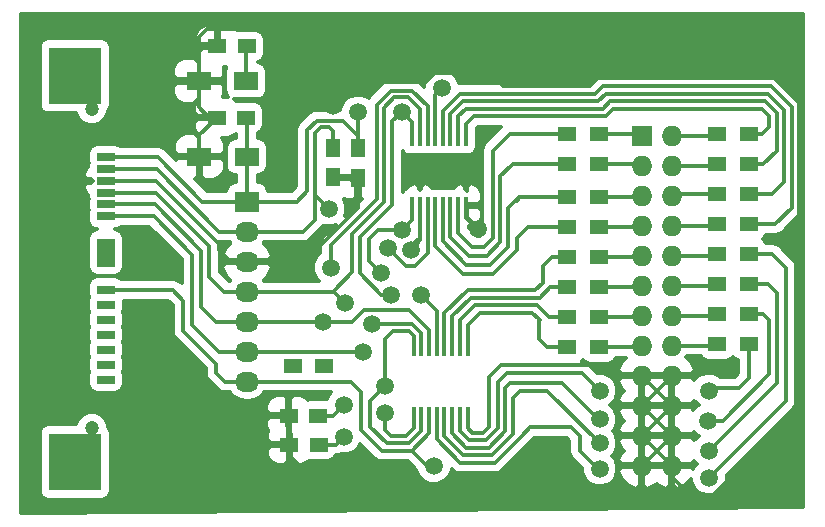
<source format=gbr>
G04 #@! TF.FileFunction,Copper,L1,Top,Signal*
%FSLAX46Y46*%
G04 Gerber Fmt 4.6, Leading zero omitted, Abs format (unit mm)*
G04 Created by KiCad (PCBNEW 4.0.6-e0-6349~53~ubuntu14.04.1) date Fri Oct 20 11:39:51 2017*
%MOMM*%
%LPD*%
G01*
G04 APERTURE LIST*
%ADD10C,0.100000*%
%ADD11R,2.000000X1.600000*%
%ADD12R,1.500000X1.250000*%
%ADD13R,1.500000X2.400000*%
%ADD14R,1.500000X0.700000*%
%ADD15C,1.200000*%
%ADD16R,4.500000X4.850000*%
%ADD17R,1.727200X1.727200*%
%ADD18O,1.727200X1.727200*%
%ADD19R,2.032000X1.727200*%
%ADD20O,2.032000X1.727200*%
%ADD21R,1.500000X1.300000*%
%ADD22R,0.355600X1.473200*%
%ADD23R,1.250000X1.500000*%
%ADD24C,1.500000*%
%ADD25C,0.350000*%
%ADD26C,0.400000*%
%ADD27C,0.300000*%
G04 APERTURE END LIST*
D10*
D11*
X127222000Y-91694000D03*
X123222000Y-91694000D03*
D12*
X127170500Y-88392000D03*
X124670500Y-88392000D03*
D11*
X127158500Y-85280500D03*
X123158500Y-85280500D03*
D12*
X127234000Y-82359500D03*
X124734000Y-82359500D03*
D13*
X115316000Y-99822000D03*
D14*
X115316000Y-109312000D03*
X115316000Y-108042000D03*
X115316000Y-110582000D03*
X115316000Y-106772000D03*
X115316000Y-105502000D03*
X115316000Y-104232000D03*
X115316000Y-102962000D03*
X115316000Y-96752000D03*
X115316000Y-95752000D03*
X115316000Y-94752000D03*
X115316000Y-93752000D03*
X115316000Y-92752000D03*
X115316000Y-91752000D03*
D15*
X114116000Y-114702000D03*
X114116000Y-87702000D03*
D16*
X112716000Y-117552000D03*
X112716000Y-84852000D03*
D17*
X160652000Y-89921000D03*
D18*
X163192000Y-89921000D03*
X160652000Y-92461000D03*
X163192000Y-92461000D03*
X160652000Y-95001000D03*
X163192000Y-95001000D03*
X160652000Y-97541000D03*
X163192000Y-97541000D03*
X160652000Y-100081000D03*
X163192000Y-100081000D03*
X160652000Y-102621000D03*
X163192000Y-102621000D03*
X160652000Y-105161000D03*
X163192000Y-105161000D03*
X160652000Y-107701000D03*
X163192000Y-107701000D03*
X160652000Y-110241000D03*
X163192000Y-110241000D03*
X160652000Y-112781000D03*
X163192000Y-112781000D03*
X160652000Y-115321000D03*
X163192000Y-115321000D03*
X160652000Y-117861000D03*
X163192000Y-117861000D03*
D19*
X127254000Y-95504000D03*
D20*
X127254000Y-98044000D03*
X127254000Y-100584000D03*
X127254000Y-103124000D03*
X127254000Y-105664000D03*
X127254000Y-108204000D03*
X127254000Y-110744000D03*
D21*
X133811000Y-109410500D03*
X131111000Y-109410500D03*
X157052000Y-89789000D03*
X154352000Y-89789000D03*
X157052000Y-92329000D03*
X154352000Y-92329000D03*
X157052000Y-95123000D03*
X154352000Y-95123000D03*
X157052000Y-97663000D03*
X154352000Y-97663000D03*
X157052000Y-100203000D03*
X154352000Y-100203000D03*
X157052000Y-102743000D03*
X154352000Y-102743000D03*
X157052000Y-105283000D03*
X154352000Y-105283000D03*
X157052000Y-107823000D03*
X154352000Y-107823000D03*
X167052000Y-89789000D03*
X169752000Y-89789000D03*
X167052000Y-92329000D03*
X169752000Y-92329000D03*
X167052000Y-94869000D03*
X169752000Y-94869000D03*
X167052000Y-97409000D03*
X169752000Y-97409000D03*
X167052000Y-99949000D03*
X169752000Y-99949000D03*
X167052000Y-102489000D03*
X169752000Y-102489000D03*
X167052000Y-105029000D03*
X169752000Y-105029000D03*
X167052000Y-107569000D03*
X169752000Y-107569000D03*
D22*
X141224000Y-95834200D03*
X141884400Y-95834200D03*
X142544800Y-95834200D03*
X143179800Y-95834200D03*
X143840200Y-95834200D03*
X144475200Y-95834200D03*
X145135600Y-95834200D03*
X145796000Y-95834200D03*
X145796000Y-90093800D03*
X145135600Y-90093800D03*
X144475200Y-90093800D03*
X143840200Y-90093800D03*
X143179800Y-90093800D03*
X142544800Y-90093800D03*
X141884400Y-90093800D03*
X141224000Y-90093800D03*
X141351000Y-113614200D03*
X142011400Y-113614200D03*
X142671800Y-113614200D03*
X143306800Y-113614200D03*
X143967200Y-113614200D03*
X144602200Y-113614200D03*
X145262600Y-113614200D03*
X145923000Y-113614200D03*
X145923000Y-107873800D03*
X145262600Y-107873800D03*
X144602200Y-107873800D03*
X143967200Y-107873800D03*
X143306800Y-107873800D03*
X142671800Y-107873800D03*
X142011400Y-107873800D03*
X141351000Y-107873800D03*
D12*
X133279200Y-113639600D03*
X130779200Y-113639600D03*
X133330000Y-116078000D03*
X130830000Y-116078000D03*
D23*
X136652000Y-91015500D03*
X136652000Y-93515500D03*
X134493000Y-90952000D03*
X134493000Y-93452000D03*
D24*
X135432800Y-112725200D03*
X140335000Y-87884000D03*
X136652000Y-87947500D03*
X138938000Y-111125000D03*
X139446000Y-103378000D03*
X146761200Y-84632800D03*
X134493000Y-87376000D03*
X134924800Y-119735600D03*
X132080000Y-100584000D03*
X146812000Y-97790000D03*
X141097000Y-99568000D03*
X140335000Y-97917000D03*
X134162800Y-96113600D03*
X135483600Y-115417600D03*
X138620500Y-101536500D03*
X138938000Y-113411000D03*
X139192000Y-99441000D03*
X143065500Y-117919500D03*
X143764000Y-85915500D03*
X141986000Y-103441500D03*
X137033000Y-108204000D03*
X133667500Y-105727500D03*
X134366000Y-101092000D03*
X137795000Y-105854500D03*
X135509000Y-104076500D03*
X157099000Y-118110000D03*
X166370000Y-118872000D03*
X166370000Y-116586000D03*
X157099000Y-115951000D03*
X166243000Y-114046000D03*
X157099000Y-113919000D03*
X166370000Y-111506000D03*
X157099000Y-111506000D03*
D25*
X127254000Y-95504000D02*
X123444000Y-95504000D01*
X119692000Y-91752000D02*
X115316000Y-91752000D01*
X123444000Y-95504000D02*
X119692000Y-91752000D01*
X127222000Y-91694000D02*
X127222000Y-88443500D01*
X127222000Y-88443500D02*
X127170500Y-88392000D01*
X127254000Y-95504000D02*
X127254000Y-91726000D01*
X127254000Y-91726000D02*
X127222000Y-91694000D01*
X134518400Y-113639600D02*
X135432800Y-112725200D01*
X133279200Y-113639600D02*
X134518400Y-113639600D01*
X127254000Y-95504000D02*
X131445000Y-95504000D01*
X136652000Y-89916000D02*
X136652000Y-91015500D01*
X135382000Y-88646000D02*
X136652000Y-89916000D01*
X133159500Y-88646000D02*
X135382000Y-88646000D01*
X132334000Y-89471500D02*
X133159500Y-88646000D01*
X132334000Y-94615000D02*
X132334000Y-89471500D01*
X131445000Y-95504000D02*
X132334000Y-94615000D01*
X136652000Y-91015500D02*
X136652000Y-87947500D01*
X139446000Y-103378000D02*
X138620500Y-103378000D01*
X141224000Y-88773000D02*
X140335000Y-87884000D01*
X141224000Y-88773000D02*
X141224000Y-90093800D01*
X139509500Y-88709500D02*
X140335000Y-87884000D01*
X139509500Y-95758000D02*
X139509500Y-88709500D01*
X136779000Y-98488500D02*
X139509500Y-95758000D01*
X136779000Y-101536500D02*
X136779000Y-98488500D01*
X138620500Y-103378000D02*
X136779000Y-101536500D01*
X139446000Y-103378000D02*
X139509500Y-103441500D01*
X141351000Y-107873800D02*
X141351000Y-106870500D01*
X142011400Y-114909600D02*
X140970000Y-115951000D01*
X140970000Y-115951000D02*
X139065000Y-115951000D01*
X139065000Y-115951000D02*
X137668000Y-114554000D01*
X137668000Y-114554000D02*
X137668000Y-112395000D01*
X137668000Y-112395000D02*
X138938000Y-111125000D01*
X142011400Y-114909600D02*
X142011400Y-113614200D01*
X138938000Y-107124500D02*
X138938000Y-111125000D01*
X139573000Y-106489500D02*
X138938000Y-107124500D01*
X140970000Y-106489500D02*
X139573000Y-106489500D01*
X141351000Y-106870500D02*
X140970000Y-106489500D01*
X115316000Y-93752000D02*
X119558400Y-93752000D01*
X125831600Y-100584000D02*
X127254000Y-100584000D01*
X124866400Y-99618800D02*
X125831600Y-100584000D01*
X124866400Y-99060000D02*
X124866400Y-99618800D01*
X119558400Y-93752000D02*
X124866400Y-99060000D01*
X146761200Y-84632800D02*
X147777200Y-84632800D01*
X147777200Y-84632800D02*
X148894800Y-85750400D01*
X148894800Y-85750400D02*
X156248100Y-85750400D01*
X156248100Y-85750400D02*
X156591000Y-85407500D01*
X173990000Y-113093500D02*
X166306500Y-120777000D01*
X173990000Y-87185500D02*
X173990000Y-113093500D01*
X171831000Y-85026500D02*
X173990000Y-87185500D01*
X156972000Y-85026500D02*
X171831000Y-85026500D01*
X156591000Y-85407500D02*
X156972000Y-85026500D01*
X166306500Y-120777000D02*
X165163500Y-120777000D01*
X142240000Y-85407500D02*
X142430500Y-85407500D01*
X142430500Y-85407500D02*
X143205200Y-84632800D01*
X143205200Y-84632800D02*
X146761200Y-84632800D01*
X134493000Y-87376000D02*
X134493000Y-86791800D01*
X123158500Y-81565500D02*
X123158500Y-82835500D01*
X123850400Y-80873600D02*
X123158500Y-81565500D01*
X129387600Y-80873600D02*
X123850400Y-80873600D01*
X133299200Y-84785200D02*
X129387600Y-80873600D01*
X133299200Y-85598000D02*
X133299200Y-84785200D01*
X134493000Y-86791800D02*
X133299200Y-85598000D01*
X123158500Y-85280500D02*
X123158500Y-82835500D01*
X123634500Y-82359500D02*
X124734000Y-82359500D01*
X123158500Y-82835500D02*
X123634500Y-82359500D01*
X124670500Y-88392000D02*
X124053600Y-88392000D01*
X124053600Y-88392000D02*
X123158500Y-87496900D01*
X123158500Y-87496900D02*
X123158500Y-85280500D01*
X123222000Y-91694000D02*
X123222000Y-89840500D01*
X123222000Y-89840500D02*
X124670500Y-88392000D01*
X136461500Y-85407500D02*
X142240000Y-85407500D01*
X142240000Y-85407500D02*
X142278100Y-85407500D01*
X134493000Y-87376000D02*
X136461500Y-85407500D01*
X130830000Y-116078000D02*
X130830000Y-117012400D01*
X133451600Y-118262400D02*
X134924800Y-119735600D01*
X132080000Y-118262400D02*
X133451600Y-118262400D01*
X130830000Y-117012400D02*
X132080000Y-118262400D01*
X130830000Y-116078000D02*
X130830000Y-113690400D01*
X130830000Y-113690400D02*
X130779200Y-113639600D01*
X163192000Y-117861000D02*
X163192000Y-118805500D01*
X163192000Y-118805500D02*
X165163500Y-120777000D01*
X165163500Y-120777000D02*
X160652000Y-120777000D01*
X160652000Y-117861000D02*
X160652000Y-120777000D01*
D26*
X145796000Y-96774000D02*
X146812000Y-97790000D01*
X145796000Y-95834200D02*
X145796000Y-96774000D01*
D25*
X141884400Y-98780600D02*
X141097000Y-99568000D01*
X141884400Y-98780600D02*
X141884400Y-95834200D01*
X127254000Y-100584000D02*
X132080000Y-100584000D01*
X136652000Y-96012000D02*
X136652000Y-93515500D01*
X132080000Y-100584000D02*
X136652000Y-96012000D01*
X136652000Y-93515500D02*
X136588500Y-93452000D01*
X136588500Y-93452000D02*
X134493000Y-93452000D01*
X160652000Y-117861000D02*
X163192000Y-115321000D01*
X160652000Y-115321000D02*
X160652000Y-117861000D01*
X160652000Y-117861000D02*
X163192000Y-117861000D01*
X163192000Y-117861000D02*
X163192000Y-115321000D01*
X163192000Y-115321000D02*
X160652000Y-115321000D01*
X160652000Y-115321000D02*
X163192000Y-117861000D01*
X163192000Y-112781000D02*
X160652000Y-115321000D01*
X163192000Y-115321000D02*
X163192000Y-112781000D01*
X160652000Y-115321000D02*
X163192000Y-115321000D01*
X160652000Y-112781000D02*
X163192000Y-115321000D01*
X160652000Y-115321000D02*
X160652000Y-112781000D01*
X160652000Y-112781000D02*
X163192000Y-110241000D01*
X163192000Y-112781000D02*
X160652000Y-110241000D01*
X160652000Y-110241000D02*
X163192000Y-110241000D01*
X163192000Y-110241000D02*
X163192000Y-112781000D01*
X163192000Y-112781000D02*
X160652000Y-112781000D01*
X160652000Y-112781000D02*
X160652000Y-110241000D01*
X145923000Y-113614200D02*
X145923000Y-114681000D01*
X145923000Y-114681000D02*
X146304000Y-115062000D01*
X146304000Y-115062000D02*
X147193000Y-115062000D01*
X147193000Y-115062000D02*
X147701000Y-114554000D01*
X147701000Y-114554000D02*
X147701000Y-110363000D01*
X147701000Y-110363000D02*
X148717000Y-109347000D01*
X148717000Y-109347000D02*
X157226000Y-109347000D01*
X157226000Y-109347000D02*
X158120000Y-110241000D01*
X158120000Y-110241000D02*
X160652000Y-110241000D01*
X133096000Y-95046800D02*
X132969000Y-95046800D01*
X134162800Y-96113600D02*
X133096000Y-95046800D01*
X115316000Y-92752000D02*
X119625200Y-92752000D01*
X124917200Y-98044000D02*
X127254000Y-98044000D01*
X119625200Y-92752000D02*
X124917200Y-98044000D01*
X127158500Y-85280500D02*
X127158500Y-82435000D01*
X127158500Y-82435000D02*
X127234000Y-82359500D01*
X133330000Y-116078000D02*
X134823200Y-116078000D01*
X134823200Y-116078000D02*
X135483600Y-115417600D01*
X127254000Y-98044000D02*
X131953000Y-98044000D01*
X132969000Y-97028000D02*
X132969000Y-95046800D01*
X131953000Y-98044000D02*
X132969000Y-97028000D01*
X132969000Y-95046800D02*
X132969000Y-89725500D01*
X134175500Y-89217500D02*
X134493000Y-89535000D01*
X133477000Y-89217500D02*
X134175500Y-89217500D01*
X132969000Y-89725500D02*
X133477000Y-89217500D01*
X134493000Y-89535000D02*
X134493000Y-90952000D01*
X141224000Y-97028000D02*
X140335000Y-97917000D01*
X141224000Y-97028000D02*
X141224000Y-95834200D01*
X138366500Y-97917000D02*
X140335000Y-97917000D01*
X137604500Y-98679000D02*
X138366500Y-97917000D01*
X137604500Y-100520500D02*
X137604500Y-98679000D01*
X138620500Y-101536500D02*
X137604500Y-100520500D01*
X141351000Y-113614200D02*
X141351000Y-114681000D01*
X138938000Y-114808000D02*
X138938000Y-113411000D01*
X139446000Y-115316000D02*
X138938000Y-114808000D01*
X140716000Y-115316000D02*
X139446000Y-115316000D01*
X141351000Y-114681000D02*
X140716000Y-115316000D01*
X157052000Y-89789000D02*
X160520000Y-89789000D01*
X160520000Y-89789000D02*
X160652000Y-89921000D01*
X157052000Y-92329000D02*
X160520000Y-92329000D01*
X160520000Y-92329000D02*
X160652000Y-92461000D01*
X157052000Y-95123000D02*
X160530000Y-95123000D01*
X160530000Y-95123000D02*
X160652000Y-95001000D01*
X157052000Y-97663000D02*
X160530000Y-97663000D01*
X160530000Y-97663000D02*
X160652000Y-97541000D01*
X157052000Y-100203000D02*
X160530000Y-100203000D01*
X160530000Y-100203000D02*
X160652000Y-100081000D01*
X157052000Y-102743000D02*
X160530000Y-102743000D01*
X160530000Y-102743000D02*
X160652000Y-102621000D01*
X157052000Y-105283000D02*
X160530000Y-105283000D01*
X160530000Y-105283000D02*
X160652000Y-105161000D01*
X157052000Y-107823000D02*
X160530000Y-107823000D01*
X160530000Y-107823000D02*
X160652000Y-107701000D01*
X163192000Y-89921000D02*
X166920000Y-89921000D01*
X166920000Y-89921000D02*
X167052000Y-89789000D01*
X163192000Y-92461000D02*
X166920000Y-92461000D01*
X166920000Y-92461000D02*
X167052000Y-92329000D01*
X167052000Y-94869000D02*
X163324000Y-94869000D01*
X163324000Y-94869000D02*
X163192000Y-95001000D01*
X163192000Y-97541000D02*
X166920000Y-97541000D01*
X166920000Y-97541000D02*
X167052000Y-97409000D01*
X163192000Y-100081000D02*
X166920000Y-100081000D01*
X166920000Y-100081000D02*
X167052000Y-99949000D01*
X163192000Y-102621000D02*
X166920000Y-102621000D01*
X166920000Y-102621000D02*
X167052000Y-102489000D01*
X163192000Y-105161000D02*
X166920000Y-105161000D01*
X166920000Y-105161000D02*
X167052000Y-105029000D01*
X163192000Y-107701000D02*
X166920000Y-107701000D01*
X166920000Y-107701000D02*
X167052000Y-107569000D01*
X115316000Y-102962000D02*
X120945200Y-102962000D01*
X125425200Y-110744000D02*
X127254000Y-110744000D01*
X124663200Y-109982000D02*
X125425200Y-110744000D01*
X124663200Y-109220000D02*
X124663200Y-109982000D01*
X121869200Y-106426000D02*
X124663200Y-109220000D01*
X121869200Y-103886000D02*
X121869200Y-106426000D01*
X120945200Y-102962000D02*
X121869200Y-103886000D01*
X142544800Y-99898200D02*
X141478000Y-100965000D01*
X141478000Y-100965000D02*
X140716000Y-100965000D01*
X140716000Y-100965000D02*
X139192000Y-99441000D01*
X142544800Y-95834200D02*
X142544800Y-99898200D01*
X142684500Y-118046500D02*
X141224000Y-116586000D01*
X142938500Y-118046500D02*
X142684500Y-118046500D01*
X143065500Y-117919500D02*
X142938500Y-118046500D01*
X142671800Y-113614200D02*
X142671800Y-115138200D01*
X136017000Y-110744000D02*
X127254000Y-110744000D01*
X136906000Y-111633000D02*
X136017000Y-110744000D01*
X136906000Y-114808000D02*
X136906000Y-111633000D01*
X138684000Y-116586000D02*
X136906000Y-114808000D01*
X141224000Y-116586000D02*
X138684000Y-116586000D01*
X142671800Y-115138200D02*
X141224000Y-116586000D01*
X143179800Y-86499700D02*
X143179800Y-90093800D01*
X143179800Y-86499700D02*
X143764000Y-85915500D01*
X115316000Y-96752000D02*
X119358000Y-96752000D01*
X124917200Y-108204000D02*
X127254000Y-108204000D01*
X122631200Y-105918000D02*
X124917200Y-108204000D01*
X122631200Y-100025200D02*
X122631200Y-105918000D01*
X119358000Y-96752000D02*
X122631200Y-100025200D01*
X127254000Y-108204000D02*
X137033000Y-108204000D01*
X143306800Y-104762300D02*
X141986000Y-103441500D01*
X143306800Y-104762300D02*
X143306800Y-107873800D01*
X115316000Y-95752000D02*
X119475600Y-95752000D01*
X124663200Y-105664000D02*
X127254000Y-105664000D01*
X123393200Y-104394000D02*
X124663200Y-105664000D01*
X123393200Y-99669600D02*
X123393200Y-104394000D01*
X119475600Y-95752000D02*
X123393200Y-99669600D01*
X142544800Y-90093800D02*
X142544800Y-87426800D01*
X133667500Y-105727500D02*
X133667500Y-105664000D01*
X134366000Y-99187000D02*
X134366000Y-101092000D01*
X138260998Y-95292002D02*
X134366000Y-99187000D01*
X138260998Y-87291002D02*
X138260998Y-95292002D01*
X139446000Y-86106000D02*
X138260998Y-87291002D01*
X141224000Y-86106000D02*
X139446000Y-86106000D01*
X142544800Y-87426800D02*
X141224000Y-86106000D01*
X142671800Y-107873800D02*
X142671800Y-106349800D01*
X136144000Y-105664000D02*
X133667500Y-105664000D01*
X133667500Y-105664000D02*
X127254000Y-105664000D01*
X137160000Y-104648000D02*
X136144000Y-105664000D01*
X140970000Y-104648000D02*
X137160000Y-104648000D01*
X142671800Y-106349800D02*
X140970000Y-104648000D01*
X115316000Y-94752000D02*
X119542400Y-94752000D01*
X125323600Y-103124000D02*
X127254000Y-103124000D01*
X124053600Y-101854000D02*
X125323600Y-103124000D01*
X124053600Y-99263200D02*
X124053600Y-101854000D01*
X119542400Y-94752000D02*
X124053600Y-99263200D01*
X135509000Y-104076500D02*
X135509000Y-104055002D01*
X135509000Y-104055002D02*
X134577998Y-103124000D01*
X134577998Y-103124000D02*
X134577998Y-103039002D01*
X134577998Y-103039002D02*
X136144000Y-101473000D01*
X127254000Y-103124000D02*
X134577998Y-103124000D01*
X141884400Y-90093800D02*
X141884400Y-87655400D01*
X136144000Y-98234500D02*
X136144000Y-101473000D01*
X136144000Y-101473000D02*
X136144000Y-101473000D01*
X138811000Y-95567500D02*
X136144000Y-98234500D01*
X138811000Y-87566500D02*
X138811000Y-95567500D01*
X139700000Y-86677500D02*
X138811000Y-87566500D01*
X140906500Y-86677500D02*
X139700000Y-86677500D01*
X141884400Y-87655400D02*
X140906500Y-86677500D01*
X142011400Y-106641900D02*
X141224000Y-105854500D01*
X141224000Y-105854500D02*
X137795000Y-105854500D01*
X142011400Y-107873800D02*
X142011400Y-106641900D01*
X135318500Y-103886000D02*
X135318500Y-103695500D01*
X135509000Y-104076500D02*
X135318500Y-103886000D01*
X154352000Y-89789000D02*
X149479000Y-89789000D01*
X149479000Y-89789000D02*
X149352000Y-89916000D01*
X145135600Y-98145600D02*
X145135600Y-95834200D01*
X148082000Y-91186000D02*
X149352000Y-89916000D01*
X148082000Y-98552000D02*
X148082000Y-91186000D01*
X147320000Y-99314000D02*
X148082000Y-98552000D01*
X146304000Y-99314000D02*
X147320000Y-99314000D01*
X145135600Y-98145600D02*
X146304000Y-99314000D01*
X154352000Y-92329000D02*
X149733000Y-92329000D01*
X149733000Y-92329000D02*
X149606000Y-92456000D01*
X144475200Y-98501200D02*
X144475200Y-95834200D01*
X148682002Y-93379998D02*
X149606000Y-92456000D01*
X148682002Y-98967998D02*
X148682002Y-93379998D01*
X147574000Y-100076000D02*
X148682002Y-98967998D01*
X146050000Y-100076000D02*
X147574000Y-100076000D01*
X144475200Y-98501200D02*
X146050000Y-100076000D01*
X154352000Y-95123000D02*
X150241000Y-95123000D01*
X150241000Y-95123000D02*
X149987000Y-95377000D01*
X143840200Y-95834200D02*
X143840200Y-98882200D01*
X149352000Y-96012000D02*
X149987000Y-95377000D01*
X149352000Y-99314000D02*
X149352000Y-96012000D01*
X147828000Y-100838000D02*
X149352000Y-99314000D01*
X145796000Y-100838000D02*
X147828000Y-100838000D01*
X143840200Y-98882200D02*
X145796000Y-100838000D01*
D26*
X149987000Y-95377000D02*
X150114000Y-95250000D01*
D25*
X154352000Y-97663000D02*
X151003000Y-97663000D01*
X151003000Y-97663000D02*
X150876000Y-97790000D01*
X143179800Y-99237800D02*
X143179800Y-95834200D01*
X150114000Y-98552000D02*
X150876000Y-97790000D01*
X150114000Y-99568000D02*
X150114000Y-98552000D01*
X148082000Y-101600000D02*
X150114000Y-99568000D01*
X145542000Y-101600000D02*
X148082000Y-101600000D01*
X143179800Y-99237800D02*
X145542000Y-101600000D01*
X154352000Y-100203000D02*
X153035000Y-100203000D01*
X143967200Y-104952800D02*
X143967200Y-107873800D01*
X145923000Y-102997000D02*
X143967200Y-104952800D01*
X151638000Y-102997000D02*
X145923000Y-102997000D01*
X152273000Y-102362000D02*
X151638000Y-102997000D01*
X152273000Y-100965000D02*
X152273000Y-102362000D01*
X153035000Y-100203000D02*
X152273000Y-100965000D01*
X144602200Y-107873800D02*
X144602200Y-105206800D01*
X152908000Y-102743000D02*
X154352000Y-102743000D01*
X152019000Y-103632000D02*
X152908000Y-102743000D01*
X146177000Y-103632000D02*
X152019000Y-103632000D01*
X144602200Y-105206800D02*
X146177000Y-103632000D01*
X154352000Y-105283000D02*
X152781000Y-105283000D01*
X145262600Y-105562400D02*
X146558000Y-104267000D01*
X146558000Y-104267000D02*
X151765000Y-104267000D01*
X151765000Y-104267000D02*
X152781000Y-105283000D01*
X145262600Y-105562400D02*
X145262600Y-107873800D01*
X151955500Y-105473500D02*
X151955500Y-107124500D01*
X152654000Y-107823000D02*
X154352000Y-107823000D01*
X151955500Y-107124500D02*
X152654000Y-107823000D01*
X148082000Y-104902000D02*
X151384000Y-104902000D01*
X145923000Y-105918000D02*
X146939000Y-104902000D01*
X146939000Y-104902000D02*
X148082000Y-104902000D01*
X145923000Y-107873800D02*
X145923000Y-105918000D01*
X151384000Y-104902000D02*
X151955500Y-105473500D01*
X151955500Y-105473500D02*
X152019000Y-105537000D01*
X169752000Y-89789000D02*
X170815000Y-89789000D01*
X145796000Y-88900000D02*
X145796000Y-90093800D01*
X146431000Y-88265000D02*
X145796000Y-88900000D01*
X157607000Y-88265000D02*
X146431000Y-88265000D01*
X158242000Y-87630000D02*
X157607000Y-88265000D01*
X170815000Y-87630000D02*
X158242000Y-87630000D01*
X171450000Y-88265000D02*
X170815000Y-87630000D01*
X171450000Y-89154000D02*
X171450000Y-88265000D01*
X170815000Y-89789000D02*
X171450000Y-89154000D01*
X169752000Y-92329000D02*
X170942000Y-92329000D01*
X145135600Y-88290400D02*
X145135600Y-90093800D01*
X145796000Y-87630000D02*
X145135600Y-88290400D01*
X157353000Y-87630000D02*
X145796000Y-87630000D01*
X157988000Y-86995000D02*
X157353000Y-87630000D01*
X171069000Y-86995000D02*
X157988000Y-86995000D01*
X172085000Y-88011000D02*
X171069000Y-86995000D01*
X172085000Y-91186000D02*
X172085000Y-88011000D01*
X170942000Y-92329000D02*
X172085000Y-91186000D01*
X169752000Y-94869000D02*
X171704000Y-94869000D01*
X144475200Y-88061800D02*
X144475200Y-90093800D01*
X145542000Y-86995000D02*
X144475200Y-88061800D01*
X156972000Y-86995000D02*
X145542000Y-86995000D01*
X157607000Y-86360000D02*
X156972000Y-86995000D01*
X171323000Y-86360000D02*
X157607000Y-86360000D01*
X172720000Y-87757000D02*
X171323000Y-86360000D01*
X172720000Y-93853000D02*
X172720000Y-87757000D01*
X171704000Y-94869000D02*
X172720000Y-93853000D01*
X169752000Y-97409000D02*
X171958000Y-97409000D01*
X143840200Y-87807800D02*
X143840200Y-90093800D01*
X145288000Y-86360000D02*
X143840200Y-87807800D01*
X156718000Y-86360000D02*
X145288000Y-86360000D01*
X157353000Y-85725000D02*
X156718000Y-86360000D01*
X171577000Y-85725000D02*
X157353000Y-85725000D01*
X173355000Y-87503000D02*
X171577000Y-85725000D01*
X173355000Y-96012000D02*
X173355000Y-87503000D01*
X171958000Y-97409000D02*
X173355000Y-96012000D01*
X157099000Y-118110000D02*
X156972000Y-118110000D01*
X143306800Y-115620800D02*
X145288000Y-117602000D01*
X145288000Y-117602000D02*
X148209000Y-117602000D01*
X148209000Y-117602000D02*
X150495000Y-115316000D01*
X166370000Y-118872000D02*
X172847000Y-112395000D01*
X172847000Y-112395000D02*
X172847000Y-101092000D01*
X172847000Y-101092000D02*
X171704000Y-99949000D01*
X169752000Y-99949000D02*
X171704000Y-99949000D01*
X143306800Y-115620800D02*
X143306800Y-113614200D01*
X151193500Y-114617500D02*
X150495000Y-115316000D01*
X154686000Y-114617500D02*
X151193500Y-114617500D01*
X155448000Y-115379500D02*
X154686000Y-114617500D01*
X155448000Y-116586000D02*
X155448000Y-115379500D01*
X156972000Y-118110000D02*
X155448000Y-116586000D01*
X143967200Y-113614200D02*
X143967200Y-115392200D01*
X171323000Y-102489000D02*
X169752000Y-102489000D01*
X172085000Y-103251000D02*
X171323000Y-102489000D01*
X172085000Y-110871000D02*
X172085000Y-103251000D01*
X166370000Y-116586000D02*
X172085000Y-110871000D01*
X152654000Y-111506000D02*
X157099000Y-115951000D01*
X150368000Y-111506000D02*
X152654000Y-111506000D01*
X149733000Y-112141000D02*
X150368000Y-111506000D01*
X149733000Y-115189000D02*
X149733000Y-112141000D01*
X147955000Y-116967000D02*
X149733000Y-115189000D01*
X145542000Y-116967000D02*
X147955000Y-116967000D01*
X143967200Y-115392200D02*
X145542000Y-116967000D01*
X144602200Y-113614200D02*
X144602200Y-115138200D01*
X170942000Y-105029000D02*
X169752000Y-105029000D01*
X171450000Y-105537000D02*
X170942000Y-105029000D01*
X171450000Y-110109000D02*
X171450000Y-105537000D01*
X167513000Y-114046000D02*
X171450000Y-110109000D01*
X166243000Y-114046000D02*
X167513000Y-114046000D01*
X156972000Y-113919000D02*
X157099000Y-113919000D01*
X153924000Y-110871000D02*
X156972000Y-113919000D01*
X149479000Y-110871000D02*
X153924000Y-110871000D01*
X149098000Y-111252000D02*
X149479000Y-110871000D01*
X149098000Y-114935000D02*
X149098000Y-111252000D01*
X147701000Y-116332000D02*
X149098000Y-114935000D01*
X145796000Y-116332000D02*
X147701000Y-116332000D01*
X144602200Y-115138200D02*
X145796000Y-116332000D01*
X145262600Y-113614200D02*
X145262600Y-114909600D01*
X169752000Y-110410000D02*
X169752000Y-107569000D01*
X168910000Y-111252000D02*
X169752000Y-110410000D01*
X166624000Y-111252000D02*
X168910000Y-111252000D01*
X166370000Y-111506000D02*
X166624000Y-111252000D01*
X155575000Y-109982000D02*
X157099000Y-111506000D01*
X149225000Y-109982000D02*
X155575000Y-109982000D01*
X148463000Y-110744000D02*
X149225000Y-109982000D01*
X148463000Y-114681000D02*
X148463000Y-110744000D01*
X147447000Y-115697000D02*
X148463000Y-114681000D01*
X146050000Y-115697000D02*
X147447000Y-115697000D01*
X145262600Y-114909600D02*
X146050000Y-115697000D01*
D27*
G36*
X174350000Y-121351123D02*
X108150000Y-121848868D01*
X108150000Y-115127000D01*
X109701307Y-115127000D01*
X109701307Y-119977000D01*
X109753604Y-120254933D01*
X109917862Y-120510198D01*
X110168492Y-120681446D01*
X110466000Y-120741693D01*
X114966000Y-120741693D01*
X115243933Y-120689396D01*
X115499198Y-120525138D01*
X115670446Y-120274508D01*
X115730693Y-119977000D01*
X115730693Y-116515500D01*
X128930000Y-116515500D01*
X128930000Y-116931749D01*
X129105077Y-117354423D01*
X129428578Y-117677923D01*
X129851251Y-117853000D01*
X130392500Y-117853000D01*
X130680000Y-117565500D01*
X130680000Y-116228000D01*
X129217500Y-116228000D01*
X128930000Y-116515500D01*
X115730693Y-116515500D01*
X115730693Y-115127000D01*
X115678396Y-114849067D01*
X115514138Y-114593802D01*
X115466124Y-114560995D01*
X115466234Y-114434647D01*
X115318500Y-114077100D01*
X128879200Y-114077100D01*
X128879200Y-114493349D01*
X129054277Y-114916023D01*
X129056678Y-114918424D01*
X128930000Y-115224251D01*
X128930000Y-115640500D01*
X129217500Y-115928000D01*
X130680000Y-115928000D01*
X130680000Y-114590500D01*
X130629200Y-114539700D01*
X130629200Y-113789600D01*
X129166700Y-113789600D01*
X128879200Y-114077100D01*
X115318500Y-114077100D01*
X115261142Y-113938285D01*
X114881712Y-113558193D01*
X114385710Y-113352235D01*
X113848647Y-113351766D01*
X113352285Y-113556858D01*
X112972193Y-113936288D01*
X112795294Y-114362307D01*
X110466000Y-114362307D01*
X110188067Y-114414604D01*
X109932802Y-114578862D01*
X109761554Y-114829492D01*
X109701307Y-115127000D01*
X108150000Y-115127000D01*
X108150000Y-112785851D01*
X128879200Y-112785851D01*
X128879200Y-113202100D01*
X129166700Y-113489600D01*
X130629200Y-113489600D01*
X130629200Y-112152100D01*
X130341700Y-111864600D01*
X129800451Y-111864600D01*
X129377778Y-112039677D01*
X129054277Y-112363177D01*
X128879200Y-112785851D01*
X108150000Y-112785851D01*
X108150000Y-93173251D01*
X113416000Y-93173251D01*
X113416000Y-93314500D01*
X113703500Y-93602000D01*
X113996500Y-93602000D01*
X114017862Y-93635198D01*
X114189920Y-93752760D01*
X114032802Y-93853862D01*
X113999911Y-93902000D01*
X113703500Y-93902000D01*
X113416000Y-94189500D01*
X113416000Y-94330749D01*
X113591077Y-94753422D01*
X113801307Y-94963653D01*
X113801307Y-95102000D01*
X113830568Y-95257506D01*
X113801307Y-95402000D01*
X113801307Y-96102000D01*
X113830568Y-96257506D01*
X113801307Y-96402000D01*
X113801307Y-97102000D01*
X113853604Y-97379933D01*
X114017862Y-97635198D01*
X114268492Y-97806446D01*
X114541975Y-97861828D01*
X114288067Y-97909604D01*
X114032802Y-98073862D01*
X113861554Y-98324492D01*
X113801307Y-98622000D01*
X113801307Y-101022000D01*
X113853604Y-101299933D01*
X114017862Y-101555198D01*
X114268492Y-101726446D01*
X114566000Y-101786693D01*
X116066000Y-101786693D01*
X116343933Y-101734396D01*
X116599198Y-101570138D01*
X116770446Y-101319508D01*
X116830693Y-101022000D01*
X116830693Y-98622000D01*
X116778396Y-98344067D01*
X116614138Y-98088802D01*
X116363508Y-97917554D01*
X116090025Y-97862172D01*
X116343933Y-97814396D01*
X116557453Y-97677000D01*
X118974852Y-97677000D01*
X121706200Y-100408348D01*
X121706200Y-102414852D01*
X121599274Y-102307926D01*
X121299183Y-102107411D01*
X120945200Y-102037000D01*
X116552959Y-102037000D01*
X116363508Y-101907554D01*
X116066000Y-101847307D01*
X114566000Y-101847307D01*
X114288067Y-101899604D01*
X114032802Y-102063862D01*
X113861554Y-102314492D01*
X113801307Y-102612000D01*
X113801307Y-103312000D01*
X113853604Y-103589933D01*
X113858813Y-103598028D01*
X113801307Y-103882000D01*
X113801307Y-104582000D01*
X113853604Y-104859933D01*
X113858813Y-104868028D01*
X113801307Y-105152000D01*
X113801307Y-105852000D01*
X113853604Y-106129933D01*
X113858813Y-106138028D01*
X113801307Y-106422000D01*
X113801307Y-107122000D01*
X113853604Y-107399933D01*
X113858813Y-107408028D01*
X113801307Y-107692000D01*
X113801307Y-108392000D01*
X113853604Y-108669933D01*
X113858813Y-108678028D01*
X113801307Y-108962000D01*
X113801307Y-109662000D01*
X113853604Y-109939933D01*
X113858813Y-109948028D01*
X113801307Y-110232000D01*
X113801307Y-110932000D01*
X113853604Y-111209933D01*
X114017862Y-111465198D01*
X114268492Y-111636446D01*
X114566000Y-111696693D01*
X116066000Y-111696693D01*
X116343933Y-111644396D01*
X116599198Y-111480138D01*
X116770446Y-111229508D01*
X116830693Y-110932000D01*
X116830693Y-110232000D01*
X116778396Y-109954067D01*
X116773187Y-109945972D01*
X116830693Y-109662000D01*
X116830693Y-108962000D01*
X116778396Y-108684067D01*
X116773187Y-108675972D01*
X116830693Y-108392000D01*
X116830693Y-107692000D01*
X116778396Y-107414067D01*
X116773187Y-107405972D01*
X116830693Y-107122000D01*
X116830693Y-106422000D01*
X116778396Y-106144067D01*
X116773187Y-106135972D01*
X116830693Y-105852000D01*
X116830693Y-105152000D01*
X116778396Y-104874067D01*
X116773187Y-104865972D01*
X116830693Y-104582000D01*
X116830693Y-103887000D01*
X120562052Y-103887000D01*
X120944200Y-104269148D01*
X120944200Y-106426000D01*
X121014611Y-106779983D01*
X121215126Y-107080074D01*
X123738200Y-109603148D01*
X123738200Y-109982000D01*
X123808611Y-110335983D01*
X124009126Y-110636074D01*
X124771126Y-111398074D01*
X125071218Y-111598589D01*
X125425200Y-111669001D01*
X125425205Y-111669000D01*
X125781696Y-111669000D01*
X125926014Y-111884988D01*
X126449504Y-112234772D01*
X127067002Y-112357600D01*
X127440998Y-112357600D01*
X128058496Y-112234772D01*
X128581986Y-111884988D01*
X128726304Y-111669000D01*
X134367671Y-111669000D01*
X134161903Y-111874409D01*
X134005983Y-112249907D01*
X132529200Y-112249907D01*
X132412762Y-112271816D01*
X132180622Y-112039677D01*
X131757949Y-111864600D01*
X131216700Y-111864600D01*
X130929200Y-112152100D01*
X130929200Y-113489600D01*
X130949200Y-113489600D01*
X130949200Y-113789600D01*
X130929200Y-113789600D01*
X130929200Y-115127100D01*
X130980000Y-115177900D01*
X130980000Y-115928000D01*
X131000000Y-115928000D01*
X131000000Y-116228000D01*
X130980000Y-116228000D01*
X130980000Y-117565500D01*
X131267500Y-117853000D01*
X131808749Y-117853000D01*
X132231422Y-117677923D01*
X132464951Y-117444395D01*
X132580000Y-117467693D01*
X134080000Y-117467693D01*
X134357933Y-117415396D01*
X134613198Y-117251138D01*
X134782743Y-117003000D01*
X134823200Y-117003000D01*
X135177183Y-116932589D01*
X135199985Y-116917353D01*
X135780659Y-116917860D01*
X136332172Y-116689980D01*
X136754497Y-116268391D01*
X136843617Y-116053765D01*
X138029926Y-117240074D01*
X138330018Y-117440589D01*
X138684000Y-117511001D01*
X138684005Y-117511000D01*
X140840852Y-117511000D01*
X141578498Y-118248646D01*
X141793120Y-118768072D01*
X142214709Y-119190397D01*
X142765823Y-119419239D01*
X143362559Y-119419760D01*
X143914072Y-119191880D01*
X144336397Y-118770291D01*
X144565239Y-118219177D01*
X144565267Y-118187415D01*
X144633926Y-118256074D01*
X144934017Y-118456589D01*
X145288000Y-118527000D01*
X148209000Y-118527000D01*
X148562983Y-118456589D01*
X148863074Y-118256074D01*
X151576648Y-115542500D01*
X154302852Y-115542500D01*
X154523000Y-115762648D01*
X154523000Y-116586000D01*
X154593411Y-116939983D01*
X154793926Y-117240074D01*
X155599056Y-118045203D01*
X155598740Y-118407059D01*
X155826620Y-118958572D01*
X156248209Y-119380897D01*
X156799323Y-119609739D01*
X157396059Y-119610260D01*
X157947572Y-119382380D01*
X158369897Y-118960791D01*
X158598739Y-118409677D01*
X158598814Y-118323274D01*
X158692182Y-118323274D01*
X158939314Y-118919929D01*
X159474919Y-119494739D01*
X160189724Y-119820827D01*
X160502000Y-119581514D01*
X160502000Y-118011000D01*
X160802000Y-118011000D01*
X160802000Y-119581514D01*
X161114276Y-119820827D01*
X161829081Y-119494739D01*
X161922000Y-119395019D01*
X162014919Y-119494739D01*
X162729724Y-119820827D01*
X163042000Y-119581514D01*
X163042000Y-118011000D01*
X160802000Y-118011000D01*
X160502000Y-118011000D01*
X158932430Y-118011000D01*
X158692182Y-118323274D01*
X158598814Y-118323274D01*
X158599260Y-117812941D01*
X158371380Y-117261428D01*
X158140822Y-117030467D01*
X158369897Y-116801791D01*
X158598739Y-116250677D01*
X158599147Y-115783274D01*
X158692182Y-115783274D01*
X158939314Y-116379929D01*
X159135989Y-116591000D01*
X158939314Y-116802071D01*
X158692182Y-117398726D01*
X158932430Y-117711000D01*
X160502000Y-117711000D01*
X160502000Y-115471000D01*
X160802000Y-115471000D01*
X160802000Y-117711000D01*
X163042000Y-117711000D01*
X163042000Y-115471000D01*
X160802000Y-115471000D01*
X160502000Y-115471000D01*
X158932430Y-115471000D01*
X158692182Y-115783274D01*
X158599147Y-115783274D01*
X158599260Y-115653941D01*
X158371380Y-115102428D01*
X158204322Y-114935078D01*
X158369897Y-114769791D01*
X158598739Y-114218677D01*
X158599260Y-113621941D01*
X158442799Y-113243274D01*
X158692182Y-113243274D01*
X158939314Y-113839929D01*
X159135989Y-114051000D01*
X158939314Y-114262071D01*
X158692182Y-114858726D01*
X158932430Y-115171000D01*
X160502000Y-115171000D01*
X160502000Y-112931000D01*
X160802000Y-112931000D01*
X160802000Y-115171000D01*
X163042000Y-115171000D01*
X163042000Y-112931000D01*
X160802000Y-112931000D01*
X160502000Y-112931000D01*
X158932430Y-112931000D01*
X158692182Y-113243274D01*
X158442799Y-113243274D01*
X158371380Y-113070428D01*
X158013822Y-112712246D01*
X158369897Y-112356791D01*
X158598739Y-111805677D01*
X158599260Y-111208941D01*
X158390324Y-110703274D01*
X158692182Y-110703274D01*
X158939314Y-111299929D01*
X159135989Y-111511000D01*
X158939314Y-111722071D01*
X158692182Y-112318726D01*
X158932430Y-112631000D01*
X160502000Y-112631000D01*
X160502000Y-110391000D01*
X160802000Y-110391000D01*
X160802000Y-112631000D01*
X163042000Y-112631000D01*
X163042000Y-110391000D01*
X160802000Y-110391000D01*
X160502000Y-110391000D01*
X158932430Y-110391000D01*
X158692182Y-110703274D01*
X158390324Y-110703274D01*
X158371380Y-110657428D01*
X157949791Y-110235103D01*
X157398677Y-110006261D01*
X156906979Y-110005832D01*
X156229074Y-109327926D01*
X155928983Y-109127411D01*
X155578412Y-109057679D01*
X155635198Y-109021138D01*
X155701260Y-108924452D01*
X155753862Y-109006198D01*
X156004492Y-109177446D01*
X156302000Y-109237693D01*
X157802000Y-109237693D01*
X158079933Y-109185396D01*
X158335198Y-109021138D01*
X158506446Y-108770508D01*
X158511004Y-108748000D01*
X159343779Y-108748000D01*
X158939314Y-109182071D01*
X158692182Y-109778726D01*
X158932430Y-110091000D01*
X160502000Y-110091000D01*
X160502000Y-110071000D01*
X160802000Y-110071000D01*
X160802000Y-110091000D01*
X163042000Y-110091000D01*
X163042000Y-110071000D01*
X163342000Y-110071000D01*
X163342000Y-110091000D01*
X164911570Y-110091000D01*
X165151818Y-109778726D01*
X164904686Y-109182071D01*
X164457812Y-108702487D01*
X164508918Y-108626000D01*
X165672656Y-108626000D01*
X165753862Y-108752198D01*
X166004492Y-108923446D01*
X166302000Y-108983693D01*
X167802000Y-108983693D01*
X168079933Y-108931396D01*
X168335198Y-108767138D01*
X168401260Y-108670452D01*
X168453862Y-108752198D01*
X168704492Y-108923446D01*
X168827000Y-108948255D01*
X168827000Y-110026852D01*
X168526852Y-110327000D01*
X167312528Y-110327000D01*
X167220791Y-110235103D01*
X166669677Y-110006261D01*
X166072941Y-110005740D01*
X165521428Y-110233620D01*
X165108004Y-110646324D01*
X164911570Y-110391000D01*
X163342000Y-110391000D01*
X163342000Y-112631000D01*
X164911570Y-112631000D01*
X165112654Y-112369632D01*
X165480454Y-112738075D01*
X165394428Y-112773620D01*
X165052836Y-113114617D01*
X164911570Y-112931000D01*
X163342000Y-112931000D01*
X163342000Y-115171000D01*
X164911570Y-115171000D01*
X165057377Y-114981480D01*
X165392209Y-115316897D01*
X165481150Y-115353828D01*
X165108004Y-115726324D01*
X164911570Y-115471000D01*
X163342000Y-115471000D01*
X163342000Y-117711000D01*
X164911570Y-117711000D01*
X165112654Y-117449632D01*
X165391678Y-117729144D01*
X165099103Y-118021209D01*
X165036120Y-118172890D01*
X164911570Y-118011000D01*
X163342000Y-118011000D01*
X163342000Y-119581514D01*
X163654276Y-119820827D01*
X164369081Y-119494739D01*
X164869925Y-118957234D01*
X164869740Y-119169059D01*
X165097620Y-119720572D01*
X165519209Y-120142897D01*
X166070323Y-120371739D01*
X166667059Y-120372260D01*
X167218572Y-120144380D01*
X167640897Y-119722791D01*
X167869739Y-119171677D01*
X167870168Y-118679980D01*
X173501074Y-113049074D01*
X173701589Y-112748983D01*
X173772000Y-112395000D01*
X173772000Y-101092000D01*
X173742016Y-100941260D01*
X173701589Y-100738017D01*
X173501074Y-100437926D01*
X172358074Y-99294926D01*
X172057983Y-99094411D01*
X171704000Y-99024000D01*
X171214948Y-99024000D01*
X171214396Y-99021067D01*
X171050138Y-98765802D01*
X170923304Y-98679140D01*
X171035198Y-98607138D01*
X171206446Y-98356508D01*
X171211004Y-98334000D01*
X171958000Y-98334000D01*
X172311983Y-98263589D01*
X172612074Y-98063074D01*
X174009074Y-96666074D01*
X174209589Y-96365983D01*
X174280000Y-96012000D01*
X174280000Y-87503005D01*
X174280001Y-87503000D01*
X174209589Y-87149018D01*
X174009074Y-86848926D01*
X172231074Y-85070926D01*
X171930983Y-84870411D01*
X171577000Y-84800000D01*
X157353005Y-84800000D01*
X157353000Y-84799999D01*
X156999018Y-84870411D01*
X156698926Y-85070926D01*
X156698924Y-85070929D01*
X156334852Y-85435000D01*
X145288000Y-85435000D01*
X145196023Y-85453295D01*
X145036380Y-85066928D01*
X144614791Y-84644603D01*
X144063677Y-84415761D01*
X143466941Y-84415240D01*
X142915428Y-84643120D01*
X142493103Y-85064709D01*
X142264261Y-85615823D01*
X142264067Y-85837919D01*
X141878074Y-85451926D01*
X141577983Y-85251411D01*
X141224000Y-85181000D01*
X139446000Y-85181000D01*
X139092017Y-85251411D01*
X138791926Y-85451926D01*
X137606924Y-86636928D01*
X137549290Y-86723183D01*
X137502791Y-86676603D01*
X136951677Y-86447761D01*
X136354941Y-86447240D01*
X135803428Y-86675120D01*
X135381103Y-87096709D01*
X135152261Y-87647823D01*
X135152197Y-87721000D01*
X133159500Y-87721000D01*
X132805517Y-87791411D01*
X132505426Y-87991926D01*
X131679926Y-88817426D01*
X131479411Y-89117517D01*
X131426457Y-89383739D01*
X131409000Y-89471500D01*
X131409000Y-94231852D01*
X131061852Y-94579000D01*
X129023140Y-94579000D01*
X128982396Y-94362467D01*
X128818138Y-94107202D01*
X128567508Y-93935954D01*
X128270000Y-93875707D01*
X128179000Y-93875707D01*
X128179000Y-93258693D01*
X128222000Y-93258693D01*
X128499933Y-93206396D01*
X128755198Y-93042138D01*
X128926446Y-92791508D01*
X128986693Y-92494000D01*
X128986693Y-90894000D01*
X128934396Y-90616067D01*
X128770138Y-90360802D01*
X128519508Y-90189554D01*
X128222000Y-90129307D01*
X128147000Y-90129307D01*
X128147000Y-89739074D01*
X128198433Y-89729396D01*
X128453698Y-89565138D01*
X128624946Y-89314508D01*
X128685193Y-89017000D01*
X128685193Y-87767000D01*
X128632896Y-87489067D01*
X128468638Y-87233802D01*
X128218008Y-87062554D01*
X127920500Y-87002307D01*
X126420500Y-87002307D01*
X126304062Y-87024216D01*
X126116541Y-86836696D01*
X126158500Y-86845193D01*
X128158500Y-86845193D01*
X128436433Y-86792896D01*
X128691698Y-86628638D01*
X128862946Y-86378008D01*
X128923193Y-86080500D01*
X128923193Y-84480500D01*
X128870896Y-84202567D01*
X128706638Y-83947302D01*
X128456008Y-83776054D01*
X128159911Y-83716093D01*
X128261933Y-83696896D01*
X128517198Y-83532638D01*
X128688446Y-83282008D01*
X128748693Y-82984500D01*
X128748693Y-81734500D01*
X128696396Y-81456567D01*
X128532138Y-81201302D01*
X128281508Y-81030054D01*
X127984000Y-80969807D01*
X126484000Y-80969807D01*
X126367562Y-80991716D01*
X126135422Y-80759577D01*
X125712749Y-80584500D01*
X125171500Y-80584500D01*
X124884000Y-80872000D01*
X124884000Y-82209500D01*
X124904000Y-82209500D01*
X124904000Y-82509500D01*
X124884000Y-82509500D01*
X124884000Y-82529500D01*
X124584000Y-82529500D01*
X124584000Y-82509500D01*
X123121500Y-82509500D01*
X122834000Y-82797000D01*
X122834000Y-83213249D01*
X122996812Y-83606312D01*
X122721000Y-83330500D01*
X121929751Y-83330500D01*
X121507078Y-83505577D01*
X121183577Y-83829077D01*
X121008500Y-84251751D01*
X121008500Y-84843000D01*
X121296000Y-85130500D01*
X123008500Y-85130500D01*
X123008500Y-85110500D01*
X123308500Y-85110500D01*
X123308500Y-85130500D01*
X125021000Y-85130500D01*
X125308500Y-84843000D01*
X125308500Y-84251751D01*
X125259933Y-84134500D01*
X125487187Y-84134500D01*
X125454054Y-84182992D01*
X125393807Y-84480500D01*
X125393807Y-86080500D01*
X125446104Y-86358433D01*
X125610362Y-86613698D01*
X125615195Y-86617000D01*
X125181026Y-86617000D01*
X125308500Y-86309249D01*
X125308500Y-85718000D01*
X125021000Y-85430500D01*
X123308500Y-85430500D01*
X123308500Y-85450500D01*
X123008500Y-85450500D01*
X123008500Y-85430500D01*
X121296000Y-85430500D01*
X121008500Y-85718000D01*
X121008500Y-86309249D01*
X121183577Y-86731923D01*
X121507078Y-87055423D01*
X121929751Y-87230500D01*
X122721000Y-87230500D01*
X123008498Y-86943002D01*
X123008498Y-87052656D01*
X122945577Y-87115577D01*
X122770500Y-87538251D01*
X122770500Y-87954500D01*
X123058000Y-88242000D01*
X124520500Y-88242000D01*
X124520500Y-88222000D01*
X124820500Y-88222000D01*
X124820500Y-88242000D01*
X124840500Y-88242000D01*
X124840500Y-88542000D01*
X124820500Y-88542000D01*
X124820500Y-88562000D01*
X124520500Y-88562000D01*
X124520500Y-88542000D01*
X123058000Y-88542000D01*
X122770500Y-88829500D01*
X122770500Y-89245749D01*
X122945577Y-89668423D01*
X123071998Y-89794844D01*
X123071998Y-90031498D01*
X122784500Y-89744000D01*
X121993251Y-89744000D01*
X121570578Y-89919077D01*
X121247077Y-90242577D01*
X121072000Y-90665251D01*
X121072000Y-91256500D01*
X121359500Y-91544000D01*
X123072000Y-91544000D01*
X123072000Y-91524000D01*
X123372000Y-91524000D01*
X123372000Y-91544000D01*
X125084500Y-91544000D01*
X125372000Y-91256500D01*
X125372000Y-90665251D01*
X125196923Y-90242577D01*
X125121346Y-90167000D01*
X125649249Y-90167000D01*
X126071922Y-89991923D01*
X126297000Y-89766846D01*
X126297000Y-90129307D01*
X126222000Y-90129307D01*
X125944067Y-90181604D01*
X125688802Y-90345862D01*
X125517554Y-90596492D01*
X125457307Y-90894000D01*
X125457307Y-92494000D01*
X125509604Y-92771933D01*
X125673862Y-93027198D01*
X125924492Y-93198446D01*
X126222000Y-93258693D01*
X126329000Y-93258693D01*
X126329000Y-93875707D01*
X126238000Y-93875707D01*
X125960067Y-93928004D01*
X125704802Y-94092262D01*
X125533554Y-94342892D01*
X125485741Y-94579000D01*
X123827148Y-94579000D01*
X122838324Y-93590176D01*
X123072000Y-93356500D01*
X123072000Y-91844000D01*
X123372000Y-91844000D01*
X123372000Y-93356500D01*
X123659500Y-93644000D01*
X124450749Y-93644000D01*
X124873422Y-93468923D01*
X125196923Y-93145423D01*
X125372000Y-92722749D01*
X125372000Y-92131500D01*
X125084500Y-91844000D01*
X123372000Y-91844000D01*
X123072000Y-91844000D01*
X121359500Y-91844000D01*
X121225824Y-91977676D01*
X120346074Y-91097926D01*
X120045983Y-90897411D01*
X119692000Y-90827000D01*
X116552959Y-90827000D01*
X116363508Y-90697554D01*
X116066000Y-90637307D01*
X114566000Y-90637307D01*
X114288067Y-90689604D01*
X114032802Y-90853862D01*
X113861554Y-91104492D01*
X113801307Y-91402000D01*
X113801307Y-92102000D01*
X113830568Y-92257506D01*
X113801307Y-92402000D01*
X113801307Y-92540347D01*
X113591077Y-92750578D01*
X113416000Y-93173251D01*
X108150000Y-93173251D01*
X108150000Y-82427000D01*
X109701307Y-82427000D01*
X109701307Y-87277000D01*
X109753604Y-87554933D01*
X109917862Y-87810198D01*
X110168492Y-87981446D01*
X110466000Y-88041693D01*
X112795656Y-88041693D01*
X112970858Y-88465715D01*
X113350288Y-88845807D01*
X113846290Y-89051765D01*
X114383353Y-89052234D01*
X114879715Y-88847142D01*
X115259807Y-88467712D01*
X115465765Y-87971710D01*
X115465874Y-87846581D01*
X115499198Y-87825138D01*
X115670446Y-87574508D01*
X115730693Y-87277000D01*
X115730693Y-82427000D01*
X115678396Y-82149067D01*
X115514138Y-81893802D01*
X115263508Y-81722554D01*
X114966000Y-81662307D01*
X110466000Y-81662307D01*
X110188067Y-81714604D01*
X109932802Y-81878862D01*
X109761554Y-82129492D01*
X109701307Y-82427000D01*
X108150000Y-82427000D01*
X108150000Y-81505751D01*
X122834000Y-81505751D01*
X122834000Y-81922000D01*
X123121500Y-82209500D01*
X124584000Y-82209500D01*
X124584000Y-80872000D01*
X124296500Y-80584500D01*
X123755251Y-80584500D01*
X123332578Y-80759577D01*
X123009077Y-81083077D01*
X122834000Y-81505751D01*
X108150000Y-81505751D01*
X108150000Y-79650000D01*
X174350000Y-79650000D01*
X174350000Y-121351123D01*
X174350000Y-121351123D01*
G37*
X174350000Y-121351123D02*
X108150000Y-121848868D01*
X108150000Y-115127000D01*
X109701307Y-115127000D01*
X109701307Y-119977000D01*
X109753604Y-120254933D01*
X109917862Y-120510198D01*
X110168492Y-120681446D01*
X110466000Y-120741693D01*
X114966000Y-120741693D01*
X115243933Y-120689396D01*
X115499198Y-120525138D01*
X115670446Y-120274508D01*
X115730693Y-119977000D01*
X115730693Y-116515500D01*
X128930000Y-116515500D01*
X128930000Y-116931749D01*
X129105077Y-117354423D01*
X129428578Y-117677923D01*
X129851251Y-117853000D01*
X130392500Y-117853000D01*
X130680000Y-117565500D01*
X130680000Y-116228000D01*
X129217500Y-116228000D01*
X128930000Y-116515500D01*
X115730693Y-116515500D01*
X115730693Y-115127000D01*
X115678396Y-114849067D01*
X115514138Y-114593802D01*
X115466124Y-114560995D01*
X115466234Y-114434647D01*
X115318500Y-114077100D01*
X128879200Y-114077100D01*
X128879200Y-114493349D01*
X129054277Y-114916023D01*
X129056678Y-114918424D01*
X128930000Y-115224251D01*
X128930000Y-115640500D01*
X129217500Y-115928000D01*
X130680000Y-115928000D01*
X130680000Y-114590500D01*
X130629200Y-114539700D01*
X130629200Y-113789600D01*
X129166700Y-113789600D01*
X128879200Y-114077100D01*
X115318500Y-114077100D01*
X115261142Y-113938285D01*
X114881712Y-113558193D01*
X114385710Y-113352235D01*
X113848647Y-113351766D01*
X113352285Y-113556858D01*
X112972193Y-113936288D01*
X112795294Y-114362307D01*
X110466000Y-114362307D01*
X110188067Y-114414604D01*
X109932802Y-114578862D01*
X109761554Y-114829492D01*
X109701307Y-115127000D01*
X108150000Y-115127000D01*
X108150000Y-112785851D01*
X128879200Y-112785851D01*
X128879200Y-113202100D01*
X129166700Y-113489600D01*
X130629200Y-113489600D01*
X130629200Y-112152100D01*
X130341700Y-111864600D01*
X129800451Y-111864600D01*
X129377778Y-112039677D01*
X129054277Y-112363177D01*
X128879200Y-112785851D01*
X108150000Y-112785851D01*
X108150000Y-93173251D01*
X113416000Y-93173251D01*
X113416000Y-93314500D01*
X113703500Y-93602000D01*
X113996500Y-93602000D01*
X114017862Y-93635198D01*
X114189920Y-93752760D01*
X114032802Y-93853862D01*
X113999911Y-93902000D01*
X113703500Y-93902000D01*
X113416000Y-94189500D01*
X113416000Y-94330749D01*
X113591077Y-94753422D01*
X113801307Y-94963653D01*
X113801307Y-95102000D01*
X113830568Y-95257506D01*
X113801307Y-95402000D01*
X113801307Y-96102000D01*
X113830568Y-96257506D01*
X113801307Y-96402000D01*
X113801307Y-97102000D01*
X113853604Y-97379933D01*
X114017862Y-97635198D01*
X114268492Y-97806446D01*
X114541975Y-97861828D01*
X114288067Y-97909604D01*
X114032802Y-98073862D01*
X113861554Y-98324492D01*
X113801307Y-98622000D01*
X113801307Y-101022000D01*
X113853604Y-101299933D01*
X114017862Y-101555198D01*
X114268492Y-101726446D01*
X114566000Y-101786693D01*
X116066000Y-101786693D01*
X116343933Y-101734396D01*
X116599198Y-101570138D01*
X116770446Y-101319508D01*
X116830693Y-101022000D01*
X116830693Y-98622000D01*
X116778396Y-98344067D01*
X116614138Y-98088802D01*
X116363508Y-97917554D01*
X116090025Y-97862172D01*
X116343933Y-97814396D01*
X116557453Y-97677000D01*
X118974852Y-97677000D01*
X121706200Y-100408348D01*
X121706200Y-102414852D01*
X121599274Y-102307926D01*
X121299183Y-102107411D01*
X120945200Y-102037000D01*
X116552959Y-102037000D01*
X116363508Y-101907554D01*
X116066000Y-101847307D01*
X114566000Y-101847307D01*
X114288067Y-101899604D01*
X114032802Y-102063862D01*
X113861554Y-102314492D01*
X113801307Y-102612000D01*
X113801307Y-103312000D01*
X113853604Y-103589933D01*
X113858813Y-103598028D01*
X113801307Y-103882000D01*
X113801307Y-104582000D01*
X113853604Y-104859933D01*
X113858813Y-104868028D01*
X113801307Y-105152000D01*
X113801307Y-105852000D01*
X113853604Y-106129933D01*
X113858813Y-106138028D01*
X113801307Y-106422000D01*
X113801307Y-107122000D01*
X113853604Y-107399933D01*
X113858813Y-107408028D01*
X113801307Y-107692000D01*
X113801307Y-108392000D01*
X113853604Y-108669933D01*
X113858813Y-108678028D01*
X113801307Y-108962000D01*
X113801307Y-109662000D01*
X113853604Y-109939933D01*
X113858813Y-109948028D01*
X113801307Y-110232000D01*
X113801307Y-110932000D01*
X113853604Y-111209933D01*
X114017862Y-111465198D01*
X114268492Y-111636446D01*
X114566000Y-111696693D01*
X116066000Y-111696693D01*
X116343933Y-111644396D01*
X116599198Y-111480138D01*
X116770446Y-111229508D01*
X116830693Y-110932000D01*
X116830693Y-110232000D01*
X116778396Y-109954067D01*
X116773187Y-109945972D01*
X116830693Y-109662000D01*
X116830693Y-108962000D01*
X116778396Y-108684067D01*
X116773187Y-108675972D01*
X116830693Y-108392000D01*
X116830693Y-107692000D01*
X116778396Y-107414067D01*
X116773187Y-107405972D01*
X116830693Y-107122000D01*
X116830693Y-106422000D01*
X116778396Y-106144067D01*
X116773187Y-106135972D01*
X116830693Y-105852000D01*
X116830693Y-105152000D01*
X116778396Y-104874067D01*
X116773187Y-104865972D01*
X116830693Y-104582000D01*
X116830693Y-103887000D01*
X120562052Y-103887000D01*
X120944200Y-104269148D01*
X120944200Y-106426000D01*
X121014611Y-106779983D01*
X121215126Y-107080074D01*
X123738200Y-109603148D01*
X123738200Y-109982000D01*
X123808611Y-110335983D01*
X124009126Y-110636074D01*
X124771126Y-111398074D01*
X125071218Y-111598589D01*
X125425200Y-111669001D01*
X125425205Y-111669000D01*
X125781696Y-111669000D01*
X125926014Y-111884988D01*
X126449504Y-112234772D01*
X127067002Y-112357600D01*
X127440998Y-112357600D01*
X128058496Y-112234772D01*
X128581986Y-111884988D01*
X128726304Y-111669000D01*
X134367671Y-111669000D01*
X134161903Y-111874409D01*
X134005983Y-112249907D01*
X132529200Y-112249907D01*
X132412762Y-112271816D01*
X132180622Y-112039677D01*
X131757949Y-111864600D01*
X131216700Y-111864600D01*
X130929200Y-112152100D01*
X130929200Y-113489600D01*
X130949200Y-113489600D01*
X130949200Y-113789600D01*
X130929200Y-113789600D01*
X130929200Y-115127100D01*
X130980000Y-115177900D01*
X130980000Y-115928000D01*
X131000000Y-115928000D01*
X131000000Y-116228000D01*
X130980000Y-116228000D01*
X130980000Y-117565500D01*
X131267500Y-117853000D01*
X131808749Y-117853000D01*
X132231422Y-117677923D01*
X132464951Y-117444395D01*
X132580000Y-117467693D01*
X134080000Y-117467693D01*
X134357933Y-117415396D01*
X134613198Y-117251138D01*
X134782743Y-117003000D01*
X134823200Y-117003000D01*
X135177183Y-116932589D01*
X135199985Y-116917353D01*
X135780659Y-116917860D01*
X136332172Y-116689980D01*
X136754497Y-116268391D01*
X136843617Y-116053765D01*
X138029926Y-117240074D01*
X138330018Y-117440589D01*
X138684000Y-117511001D01*
X138684005Y-117511000D01*
X140840852Y-117511000D01*
X141578498Y-118248646D01*
X141793120Y-118768072D01*
X142214709Y-119190397D01*
X142765823Y-119419239D01*
X143362559Y-119419760D01*
X143914072Y-119191880D01*
X144336397Y-118770291D01*
X144565239Y-118219177D01*
X144565267Y-118187415D01*
X144633926Y-118256074D01*
X144934017Y-118456589D01*
X145288000Y-118527000D01*
X148209000Y-118527000D01*
X148562983Y-118456589D01*
X148863074Y-118256074D01*
X151576648Y-115542500D01*
X154302852Y-115542500D01*
X154523000Y-115762648D01*
X154523000Y-116586000D01*
X154593411Y-116939983D01*
X154793926Y-117240074D01*
X155599056Y-118045203D01*
X155598740Y-118407059D01*
X155826620Y-118958572D01*
X156248209Y-119380897D01*
X156799323Y-119609739D01*
X157396059Y-119610260D01*
X157947572Y-119382380D01*
X158369897Y-118960791D01*
X158598739Y-118409677D01*
X158598814Y-118323274D01*
X158692182Y-118323274D01*
X158939314Y-118919929D01*
X159474919Y-119494739D01*
X160189724Y-119820827D01*
X160502000Y-119581514D01*
X160502000Y-118011000D01*
X160802000Y-118011000D01*
X160802000Y-119581514D01*
X161114276Y-119820827D01*
X161829081Y-119494739D01*
X161922000Y-119395019D01*
X162014919Y-119494739D01*
X162729724Y-119820827D01*
X163042000Y-119581514D01*
X163042000Y-118011000D01*
X160802000Y-118011000D01*
X160502000Y-118011000D01*
X158932430Y-118011000D01*
X158692182Y-118323274D01*
X158598814Y-118323274D01*
X158599260Y-117812941D01*
X158371380Y-117261428D01*
X158140822Y-117030467D01*
X158369897Y-116801791D01*
X158598739Y-116250677D01*
X158599147Y-115783274D01*
X158692182Y-115783274D01*
X158939314Y-116379929D01*
X159135989Y-116591000D01*
X158939314Y-116802071D01*
X158692182Y-117398726D01*
X158932430Y-117711000D01*
X160502000Y-117711000D01*
X160502000Y-115471000D01*
X160802000Y-115471000D01*
X160802000Y-117711000D01*
X163042000Y-117711000D01*
X163042000Y-115471000D01*
X160802000Y-115471000D01*
X160502000Y-115471000D01*
X158932430Y-115471000D01*
X158692182Y-115783274D01*
X158599147Y-115783274D01*
X158599260Y-115653941D01*
X158371380Y-115102428D01*
X158204322Y-114935078D01*
X158369897Y-114769791D01*
X158598739Y-114218677D01*
X158599260Y-113621941D01*
X158442799Y-113243274D01*
X158692182Y-113243274D01*
X158939314Y-113839929D01*
X159135989Y-114051000D01*
X158939314Y-114262071D01*
X158692182Y-114858726D01*
X158932430Y-115171000D01*
X160502000Y-115171000D01*
X160502000Y-112931000D01*
X160802000Y-112931000D01*
X160802000Y-115171000D01*
X163042000Y-115171000D01*
X163042000Y-112931000D01*
X160802000Y-112931000D01*
X160502000Y-112931000D01*
X158932430Y-112931000D01*
X158692182Y-113243274D01*
X158442799Y-113243274D01*
X158371380Y-113070428D01*
X158013822Y-112712246D01*
X158369897Y-112356791D01*
X158598739Y-111805677D01*
X158599260Y-111208941D01*
X158390324Y-110703274D01*
X158692182Y-110703274D01*
X158939314Y-111299929D01*
X159135989Y-111511000D01*
X158939314Y-111722071D01*
X158692182Y-112318726D01*
X158932430Y-112631000D01*
X160502000Y-112631000D01*
X160502000Y-110391000D01*
X160802000Y-110391000D01*
X160802000Y-112631000D01*
X163042000Y-112631000D01*
X163042000Y-110391000D01*
X160802000Y-110391000D01*
X160502000Y-110391000D01*
X158932430Y-110391000D01*
X158692182Y-110703274D01*
X158390324Y-110703274D01*
X158371380Y-110657428D01*
X157949791Y-110235103D01*
X157398677Y-110006261D01*
X156906979Y-110005832D01*
X156229074Y-109327926D01*
X155928983Y-109127411D01*
X155578412Y-109057679D01*
X155635198Y-109021138D01*
X155701260Y-108924452D01*
X155753862Y-109006198D01*
X156004492Y-109177446D01*
X156302000Y-109237693D01*
X157802000Y-109237693D01*
X158079933Y-109185396D01*
X158335198Y-109021138D01*
X158506446Y-108770508D01*
X158511004Y-108748000D01*
X159343779Y-108748000D01*
X158939314Y-109182071D01*
X158692182Y-109778726D01*
X158932430Y-110091000D01*
X160502000Y-110091000D01*
X160502000Y-110071000D01*
X160802000Y-110071000D01*
X160802000Y-110091000D01*
X163042000Y-110091000D01*
X163042000Y-110071000D01*
X163342000Y-110071000D01*
X163342000Y-110091000D01*
X164911570Y-110091000D01*
X165151818Y-109778726D01*
X164904686Y-109182071D01*
X164457812Y-108702487D01*
X164508918Y-108626000D01*
X165672656Y-108626000D01*
X165753862Y-108752198D01*
X166004492Y-108923446D01*
X166302000Y-108983693D01*
X167802000Y-108983693D01*
X168079933Y-108931396D01*
X168335198Y-108767138D01*
X168401260Y-108670452D01*
X168453862Y-108752198D01*
X168704492Y-108923446D01*
X168827000Y-108948255D01*
X168827000Y-110026852D01*
X168526852Y-110327000D01*
X167312528Y-110327000D01*
X167220791Y-110235103D01*
X166669677Y-110006261D01*
X166072941Y-110005740D01*
X165521428Y-110233620D01*
X165108004Y-110646324D01*
X164911570Y-110391000D01*
X163342000Y-110391000D01*
X163342000Y-112631000D01*
X164911570Y-112631000D01*
X165112654Y-112369632D01*
X165480454Y-112738075D01*
X165394428Y-112773620D01*
X165052836Y-113114617D01*
X164911570Y-112931000D01*
X163342000Y-112931000D01*
X163342000Y-115171000D01*
X164911570Y-115171000D01*
X165057377Y-114981480D01*
X165392209Y-115316897D01*
X165481150Y-115353828D01*
X165108004Y-115726324D01*
X164911570Y-115471000D01*
X163342000Y-115471000D01*
X163342000Y-117711000D01*
X164911570Y-117711000D01*
X165112654Y-117449632D01*
X165391678Y-117729144D01*
X165099103Y-118021209D01*
X165036120Y-118172890D01*
X164911570Y-118011000D01*
X163342000Y-118011000D01*
X163342000Y-119581514D01*
X163654276Y-119820827D01*
X164369081Y-119494739D01*
X164869925Y-118957234D01*
X164869740Y-119169059D01*
X165097620Y-119720572D01*
X165519209Y-120142897D01*
X166070323Y-120371739D01*
X166667059Y-120372260D01*
X167218572Y-120144380D01*
X167640897Y-119722791D01*
X167869739Y-119171677D01*
X167870168Y-118679980D01*
X173501074Y-113049074D01*
X173701589Y-112748983D01*
X173772000Y-112395000D01*
X173772000Y-101092000D01*
X173742016Y-100941260D01*
X173701589Y-100738017D01*
X173501074Y-100437926D01*
X172358074Y-99294926D01*
X172057983Y-99094411D01*
X171704000Y-99024000D01*
X171214948Y-99024000D01*
X171214396Y-99021067D01*
X171050138Y-98765802D01*
X170923304Y-98679140D01*
X171035198Y-98607138D01*
X171206446Y-98356508D01*
X171211004Y-98334000D01*
X171958000Y-98334000D01*
X172311983Y-98263589D01*
X172612074Y-98063074D01*
X174009074Y-96666074D01*
X174209589Y-96365983D01*
X174280000Y-96012000D01*
X174280000Y-87503005D01*
X174280001Y-87503000D01*
X174209589Y-87149018D01*
X174009074Y-86848926D01*
X172231074Y-85070926D01*
X171930983Y-84870411D01*
X171577000Y-84800000D01*
X157353005Y-84800000D01*
X157353000Y-84799999D01*
X156999018Y-84870411D01*
X156698926Y-85070926D01*
X156698924Y-85070929D01*
X156334852Y-85435000D01*
X145288000Y-85435000D01*
X145196023Y-85453295D01*
X145036380Y-85066928D01*
X144614791Y-84644603D01*
X144063677Y-84415761D01*
X143466941Y-84415240D01*
X142915428Y-84643120D01*
X142493103Y-85064709D01*
X142264261Y-85615823D01*
X142264067Y-85837919D01*
X141878074Y-85451926D01*
X141577983Y-85251411D01*
X141224000Y-85181000D01*
X139446000Y-85181000D01*
X139092017Y-85251411D01*
X138791926Y-85451926D01*
X137606924Y-86636928D01*
X137549290Y-86723183D01*
X137502791Y-86676603D01*
X136951677Y-86447761D01*
X136354941Y-86447240D01*
X135803428Y-86675120D01*
X135381103Y-87096709D01*
X135152261Y-87647823D01*
X135152197Y-87721000D01*
X133159500Y-87721000D01*
X132805517Y-87791411D01*
X132505426Y-87991926D01*
X131679926Y-88817426D01*
X131479411Y-89117517D01*
X131426457Y-89383739D01*
X131409000Y-89471500D01*
X131409000Y-94231852D01*
X131061852Y-94579000D01*
X129023140Y-94579000D01*
X128982396Y-94362467D01*
X128818138Y-94107202D01*
X128567508Y-93935954D01*
X128270000Y-93875707D01*
X128179000Y-93875707D01*
X128179000Y-93258693D01*
X128222000Y-93258693D01*
X128499933Y-93206396D01*
X128755198Y-93042138D01*
X128926446Y-92791508D01*
X128986693Y-92494000D01*
X128986693Y-90894000D01*
X128934396Y-90616067D01*
X128770138Y-90360802D01*
X128519508Y-90189554D01*
X128222000Y-90129307D01*
X128147000Y-90129307D01*
X128147000Y-89739074D01*
X128198433Y-89729396D01*
X128453698Y-89565138D01*
X128624946Y-89314508D01*
X128685193Y-89017000D01*
X128685193Y-87767000D01*
X128632896Y-87489067D01*
X128468638Y-87233802D01*
X128218008Y-87062554D01*
X127920500Y-87002307D01*
X126420500Y-87002307D01*
X126304062Y-87024216D01*
X126116541Y-86836696D01*
X126158500Y-86845193D01*
X128158500Y-86845193D01*
X128436433Y-86792896D01*
X128691698Y-86628638D01*
X128862946Y-86378008D01*
X128923193Y-86080500D01*
X128923193Y-84480500D01*
X128870896Y-84202567D01*
X128706638Y-83947302D01*
X128456008Y-83776054D01*
X128159911Y-83716093D01*
X128261933Y-83696896D01*
X128517198Y-83532638D01*
X128688446Y-83282008D01*
X128748693Y-82984500D01*
X128748693Y-81734500D01*
X128696396Y-81456567D01*
X128532138Y-81201302D01*
X128281508Y-81030054D01*
X127984000Y-80969807D01*
X126484000Y-80969807D01*
X126367562Y-80991716D01*
X126135422Y-80759577D01*
X125712749Y-80584500D01*
X125171500Y-80584500D01*
X124884000Y-80872000D01*
X124884000Y-82209500D01*
X124904000Y-82209500D01*
X124904000Y-82509500D01*
X124884000Y-82509500D01*
X124884000Y-82529500D01*
X124584000Y-82529500D01*
X124584000Y-82509500D01*
X123121500Y-82509500D01*
X122834000Y-82797000D01*
X122834000Y-83213249D01*
X122996812Y-83606312D01*
X122721000Y-83330500D01*
X121929751Y-83330500D01*
X121507078Y-83505577D01*
X121183577Y-83829077D01*
X121008500Y-84251751D01*
X121008500Y-84843000D01*
X121296000Y-85130500D01*
X123008500Y-85130500D01*
X123008500Y-85110500D01*
X123308500Y-85110500D01*
X123308500Y-85130500D01*
X125021000Y-85130500D01*
X125308500Y-84843000D01*
X125308500Y-84251751D01*
X125259933Y-84134500D01*
X125487187Y-84134500D01*
X125454054Y-84182992D01*
X125393807Y-84480500D01*
X125393807Y-86080500D01*
X125446104Y-86358433D01*
X125610362Y-86613698D01*
X125615195Y-86617000D01*
X125181026Y-86617000D01*
X125308500Y-86309249D01*
X125308500Y-85718000D01*
X125021000Y-85430500D01*
X123308500Y-85430500D01*
X123308500Y-85450500D01*
X123008500Y-85450500D01*
X123008500Y-85430500D01*
X121296000Y-85430500D01*
X121008500Y-85718000D01*
X121008500Y-86309249D01*
X121183577Y-86731923D01*
X121507078Y-87055423D01*
X121929751Y-87230500D01*
X122721000Y-87230500D01*
X123008498Y-86943002D01*
X123008498Y-87052656D01*
X122945577Y-87115577D01*
X122770500Y-87538251D01*
X122770500Y-87954500D01*
X123058000Y-88242000D01*
X124520500Y-88242000D01*
X124520500Y-88222000D01*
X124820500Y-88222000D01*
X124820500Y-88242000D01*
X124840500Y-88242000D01*
X124840500Y-88542000D01*
X124820500Y-88542000D01*
X124820500Y-88562000D01*
X124520500Y-88562000D01*
X124520500Y-88542000D01*
X123058000Y-88542000D01*
X122770500Y-88829500D01*
X122770500Y-89245749D01*
X122945577Y-89668423D01*
X123071998Y-89794844D01*
X123071998Y-90031498D01*
X122784500Y-89744000D01*
X121993251Y-89744000D01*
X121570578Y-89919077D01*
X121247077Y-90242577D01*
X121072000Y-90665251D01*
X121072000Y-91256500D01*
X121359500Y-91544000D01*
X123072000Y-91544000D01*
X123072000Y-91524000D01*
X123372000Y-91524000D01*
X123372000Y-91544000D01*
X125084500Y-91544000D01*
X125372000Y-91256500D01*
X125372000Y-90665251D01*
X125196923Y-90242577D01*
X125121346Y-90167000D01*
X125649249Y-90167000D01*
X126071922Y-89991923D01*
X126297000Y-89766846D01*
X126297000Y-90129307D01*
X126222000Y-90129307D01*
X125944067Y-90181604D01*
X125688802Y-90345862D01*
X125517554Y-90596492D01*
X125457307Y-90894000D01*
X125457307Y-92494000D01*
X125509604Y-92771933D01*
X125673862Y-93027198D01*
X125924492Y-93198446D01*
X126222000Y-93258693D01*
X126329000Y-93258693D01*
X126329000Y-93875707D01*
X126238000Y-93875707D01*
X125960067Y-93928004D01*
X125704802Y-94092262D01*
X125533554Y-94342892D01*
X125485741Y-94579000D01*
X123827148Y-94579000D01*
X122838324Y-93590176D01*
X123072000Y-93356500D01*
X123072000Y-91844000D01*
X123372000Y-91844000D01*
X123372000Y-93356500D01*
X123659500Y-93644000D01*
X124450749Y-93644000D01*
X124873422Y-93468923D01*
X125196923Y-93145423D01*
X125372000Y-92722749D01*
X125372000Y-92131500D01*
X125084500Y-91844000D01*
X123372000Y-91844000D01*
X123072000Y-91844000D01*
X121359500Y-91844000D01*
X121225824Y-91977676D01*
X120346074Y-91097926D01*
X120045983Y-90897411D01*
X119692000Y-90827000D01*
X116552959Y-90827000D01*
X116363508Y-90697554D01*
X116066000Y-90637307D01*
X114566000Y-90637307D01*
X114288067Y-90689604D01*
X114032802Y-90853862D01*
X113861554Y-91104492D01*
X113801307Y-91402000D01*
X113801307Y-92102000D01*
X113830568Y-92257506D01*
X113801307Y-92402000D01*
X113801307Y-92540347D01*
X113591077Y-92750578D01*
X113416000Y-93173251D01*
X108150000Y-93173251D01*
X108150000Y-82427000D01*
X109701307Y-82427000D01*
X109701307Y-87277000D01*
X109753604Y-87554933D01*
X109917862Y-87810198D01*
X110168492Y-87981446D01*
X110466000Y-88041693D01*
X112795656Y-88041693D01*
X112970858Y-88465715D01*
X113350288Y-88845807D01*
X113846290Y-89051765D01*
X114383353Y-89052234D01*
X114879715Y-88847142D01*
X115259807Y-88467712D01*
X115465765Y-87971710D01*
X115465874Y-87846581D01*
X115499198Y-87825138D01*
X115670446Y-87574508D01*
X115730693Y-87277000D01*
X115730693Y-82427000D01*
X115678396Y-82149067D01*
X115514138Y-81893802D01*
X115263508Y-81722554D01*
X114966000Y-81662307D01*
X110466000Y-81662307D01*
X110188067Y-81714604D01*
X109932802Y-81878862D01*
X109761554Y-82129492D01*
X109701307Y-82427000D01*
X108150000Y-82427000D01*
X108150000Y-81505751D01*
X122834000Y-81505751D01*
X122834000Y-81922000D01*
X123121500Y-82209500D01*
X124584000Y-82209500D01*
X124584000Y-80872000D01*
X124296500Y-80584500D01*
X123755251Y-80584500D01*
X123332578Y-80759577D01*
X123009077Y-81083077D01*
X122834000Y-81505751D01*
X108150000Y-81505751D01*
X108150000Y-79650000D01*
X174350000Y-79650000D01*
X174350000Y-121351123D01*
G36*
X133711926Y-98532926D02*
X133511411Y-98833017D01*
X133473145Y-99025396D01*
X133441000Y-99187000D01*
X133441000Y-99895915D01*
X133095103Y-100241209D01*
X132866261Y-100792323D01*
X132865740Y-101389059D01*
X133093620Y-101940572D01*
X133351598Y-102199000D01*
X128726304Y-102199000D01*
X128666109Y-102108912D01*
X129034099Y-101769558D01*
X129363891Y-101056419D01*
X129366218Y-101046274D01*
X129125970Y-100734000D01*
X127404000Y-100734000D01*
X127404000Y-100754000D01*
X127104000Y-100754000D01*
X127104000Y-100734000D01*
X125382030Y-100734000D01*
X125141782Y-101046274D01*
X125144109Y-101056419D01*
X125473901Y-101769558D01*
X125841891Y-102108912D01*
X125781696Y-102199000D01*
X125706748Y-102199000D01*
X124978600Y-101470852D01*
X124978600Y-99263200D01*
X124954357Y-99141323D01*
X124920080Y-98969000D01*
X125781696Y-98969000D01*
X125841891Y-99059088D01*
X125473901Y-99398442D01*
X125144109Y-100111581D01*
X125141782Y-100121726D01*
X125382030Y-100434000D01*
X127104000Y-100434000D01*
X127104000Y-100414000D01*
X127404000Y-100414000D01*
X127404000Y-100434000D01*
X129125970Y-100434000D01*
X129366218Y-100121726D01*
X129363891Y-100111581D01*
X129034099Y-99398442D01*
X128666109Y-99059088D01*
X128726304Y-98969000D01*
X131953000Y-98969000D01*
X132306983Y-98898589D01*
X132607074Y-98698074D01*
X133623074Y-97682074D01*
X133711163Y-97550240D01*
X133863123Y-97613339D01*
X134459859Y-97613860D01*
X134751492Y-97493360D01*
X133711926Y-98532926D01*
X133711926Y-98532926D01*
G37*
X133711926Y-98532926D02*
X133511411Y-98833017D01*
X133473145Y-99025396D01*
X133441000Y-99187000D01*
X133441000Y-99895915D01*
X133095103Y-100241209D01*
X132866261Y-100792323D01*
X132865740Y-101389059D01*
X133093620Y-101940572D01*
X133351598Y-102199000D01*
X128726304Y-102199000D01*
X128666109Y-102108912D01*
X129034099Y-101769558D01*
X129363891Y-101056419D01*
X129366218Y-101046274D01*
X129125970Y-100734000D01*
X127404000Y-100734000D01*
X127404000Y-100754000D01*
X127104000Y-100754000D01*
X127104000Y-100734000D01*
X125382030Y-100734000D01*
X125141782Y-101046274D01*
X125144109Y-101056419D01*
X125473901Y-101769558D01*
X125841891Y-102108912D01*
X125781696Y-102199000D01*
X125706748Y-102199000D01*
X124978600Y-101470852D01*
X124978600Y-99263200D01*
X124954357Y-99141323D01*
X124920080Y-98969000D01*
X125781696Y-98969000D01*
X125841891Y-99059088D01*
X125473901Y-99398442D01*
X125144109Y-100111581D01*
X125141782Y-100121726D01*
X125382030Y-100434000D01*
X127104000Y-100434000D01*
X127104000Y-100414000D01*
X127404000Y-100414000D01*
X127404000Y-100434000D01*
X129125970Y-100434000D01*
X129366218Y-100121726D01*
X129363891Y-100111581D01*
X129034099Y-99398442D01*
X128666109Y-99059088D01*
X128726304Y-98969000D01*
X131953000Y-98969000D01*
X132306983Y-98898589D01*
X132607074Y-98698074D01*
X133623074Y-97682074D01*
X133711163Y-97550240D01*
X133863123Y-97613339D01*
X134459859Y-97613860D01*
X134751492Y-97493360D01*
X133711926Y-98532926D01*
G36*
X141619800Y-99515052D02*
X141097000Y-100037852D01*
X140691833Y-99632686D01*
X140692043Y-99392475D01*
X141183572Y-99189380D01*
X141605897Y-98767791D01*
X141619800Y-98734309D01*
X141619800Y-99515052D01*
X141619800Y-99515052D01*
G37*
X141619800Y-99515052D02*
X141097000Y-100037852D01*
X140691833Y-99632686D01*
X140692043Y-99392475D01*
X141183572Y-99189380D01*
X141605897Y-98767791D01*
X141619800Y-98734309D01*
X141619800Y-99515052D01*
G36*
X147427926Y-90531926D02*
X147227411Y-90832017D01*
X147211043Y-90914307D01*
X147157000Y-91186000D01*
X147157000Y-98168852D01*
X146936852Y-98389000D01*
X146687148Y-98389000D01*
X146060600Y-97762452D01*
X146060600Y-97609000D01*
X146172400Y-97720800D01*
X146202549Y-97720800D01*
X146625223Y-97545723D01*
X146948723Y-97222222D01*
X147123800Y-96799549D01*
X147123800Y-96271700D01*
X146836300Y-95984200D01*
X146078093Y-95984200D01*
X146078093Y-95684200D01*
X146836300Y-95684200D01*
X147123800Y-95396700D01*
X147123800Y-94868851D01*
X146948723Y-94446178D01*
X146625223Y-94122677D01*
X146202549Y-93947600D01*
X146172400Y-93947600D01*
X145884900Y-94235100D01*
X145884900Y-94600708D01*
X145861538Y-94564402D01*
X145707100Y-94458879D01*
X145707100Y-94235100D01*
X145419600Y-93947600D01*
X145389451Y-93947600D01*
X144966777Y-94122677D01*
X144739110Y-94350345D01*
X144653000Y-94332907D01*
X144297400Y-94332907D01*
X144152572Y-94360158D01*
X144018000Y-94332907D01*
X143662400Y-94332907D01*
X143504405Y-94362636D01*
X143357600Y-94332907D01*
X143002000Y-94332907D01*
X142936228Y-94345283D01*
X142713623Y-94122677D01*
X142290949Y-93947600D01*
X142260800Y-93947600D01*
X141973300Y-94235100D01*
X141973300Y-94459698D01*
X141882351Y-94518222D01*
X141795500Y-94458879D01*
X141795500Y-94235100D01*
X141508000Y-93947600D01*
X141477851Y-93947600D01*
X141055177Y-94122677D01*
X140798302Y-94379552D01*
X140768267Y-94385204D01*
X140513002Y-94549462D01*
X140434500Y-94664354D01*
X140434500Y-91264820D01*
X140498062Y-91363598D01*
X140748692Y-91534846D01*
X141046200Y-91595093D01*
X141401800Y-91595093D01*
X141559795Y-91565364D01*
X141706600Y-91595093D01*
X142062200Y-91595093D01*
X142220195Y-91565364D01*
X142367000Y-91595093D01*
X142722600Y-91595093D01*
X142867428Y-91567842D01*
X143002000Y-91595093D01*
X143357600Y-91595093D01*
X143515595Y-91565364D01*
X143662400Y-91595093D01*
X144018000Y-91595093D01*
X144162828Y-91567842D01*
X144297400Y-91595093D01*
X144653000Y-91595093D01*
X144810995Y-91565364D01*
X144957800Y-91595093D01*
X145313400Y-91595093D01*
X145471395Y-91565364D01*
X145618200Y-91595093D01*
X145973800Y-91595093D01*
X146251733Y-91542796D01*
X146506998Y-91378538D01*
X146678246Y-91127908D01*
X146738493Y-90830400D01*
X146738493Y-89357200D01*
X146723995Y-89280152D01*
X146814147Y-89190000D01*
X148769852Y-89190000D01*
X147427926Y-90531926D01*
X147427926Y-90531926D01*
G37*
X147427926Y-90531926D02*
X147227411Y-90832017D01*
X147211043Y-90914307D01*
X147157000Y-91186000D01*
X147157000Y-98168852D01*
X146936852Y-98389000D01*
X146687148Y-98389000D01*
X146060600Y-97762452D01*
X146060600Y-97609000D01*
X146172400Y-97720800D01*
X146202549Y-97720800D01*
X146625223Y-97545723D01*
X146948723Y-97222222D01*
X147123800Y-96799549D01*
X147123800Y-96271700D01*
X146836300Y-95984200D01*
X146078093Y-95984200D01*
X146078093Y-95684200D01*
X146836300Y-95684200D01*
X147123800Y-95396700D01*
X147123800Y-94868851D01*
X146948723Y-94446178D01*
X146625223Y-94122677D01*
X146202549Y-93947600D01*
X146172400Y-93947600D01*
X145884900Y-94235100D01*
X145884900Y-94600708D01*
X145861538Y-94564402D01*
X145707100Y-94458879D01*
X145707100Y-94235100D01*
X145419600Y-93947600D01*
X145389451Y-93947600D01*
X144966777Y-94122677D01*
X144739110Y-94350345D01*
X144653000Y-94332907D01*
X144297400Y-94332907D01*
X144152572Y-94360158D01*
X144018000Y-94332907D01*
X143662400Y-94332907D01*
X143504405Y-94362636D01*
X143357600Y-94332907D01*
X143002000Y-94332907D01*
X142936228Y-94345283D01*
X142713623Y-94122677D01*
X142290949Y-93947600D01*
X142260800Y-93947600D01*
X141973300Y-94235100D01*
X141973300Y-94459698D01*
X141882351Y-94518222D01*
X141795500Y-94458879D01*
X141795500Y-94235100D01*
X141508000Y-93947600D01*
X141477851Y-93947600D01*
X141055177Y-94122677D01*
X140798302Y-94379552D01*
X140768267Y-94385204D01*
X140513002Y-94549462D01*
X140434500Y-94664354D01*
X140434500Y-91264820D01*
X140498062Y-91363598D01*
X140748692Y-91534846D01*
X141046200Y-91595093D01*
X141401800Y-91595093D01*
X141559795Y-91565364D01*
X141706600Y-91595093D01*
X142062200Y-91595093D01*
X142220195Y-91565364D01*
X142367000Y-91595093D01*
X142722600Y-91595093D01*
X142867428Y-91567842D01*
X143002000Y-91595093D01*
X143357600Y-91595093D01*
X143515595Y-91565364D01*
X143662400Y-91595093D01*
X144018000Y-91595093D01*
X144162828Y-91567842D01*
X144297400Y-91595093D01*
X144653000Y-91595093D01*
X144810995Y-91565364D01*
X144957800Y-91595093D01*
X145313400Y-91595093D01*
X145471395Y-91565364D01*
X145618200Y-91595093D01*
X145973800Y-91595093D01*
X146251733Y-91542796D01*
X146506998Y-91378538D01*
X146678246Y-91127908D01*
X146738493Y-90830400D01*
X146738493Y-89357200D01*
X146723995Y-89280152D01*
X146814147Y-89190000D01*
X148769852Y-89190000D01*
X147427926Y-90531926D01*
G36*
X134643000Y-93302000D02*
X135101000Y-93302000D01*
X135164500Y-93365500D01*
X136502000Y-93365500D01*
X136502000Y-93345500D01*
X136802000Y-93345500D01*
X136802000Y-93365500D01*
X136822000Y-93365500D01*
X136822000Y-93665500D01*
X136802000Y-93665500D01*
X136802000Y-95128000D01*
X136959426Y-95285426D01*
X135542508Y-96702344D01*
X135662539Y-96413277D01*
X135663060Y-95816541D01*
X135452941Y-95308014D01*
X135495849Y-95290241D01*
X135798251Y-95415500D01*
X136214500Y-95415500D01*
X136502000Y-95128000D01*
X136502000Y-93665500D01*
X136044000Y-93665500D01*
X135980500Y-93602000D01*
X134643000Y-93602000D01*
X134643000Y-93622000D01*
X134343000Y-93622000D01*
X134343000Y-93602000D01*
X134323000Y-93602000D01*
X134323000Y-93302000D01*
X134343000Y-93302000D01*
X134343000Y-93282000D01*
X134643000Y-93282000D01*
X134643000Y-93302000D01*
X134643000Y-93302000D01*
G37*
X134643000Y-93302000D02*
X135101000Y-93302000D01*
X135164500Y-93365500D01*
X136502000Y-93365500D01*
X136502000Y-93345500D01*
X136802000Y-93345500D01*
X136802000Y-93365500D01*
X136822000Y-93365500D01*
X136822000Y-93665500D01*
X136802000Y-93665500D01*
X136802000Y-95128000D01*
X136959426Y-95285426D01*
X135542508Y-96702344D01*
X135662539Y-96413277D01*
X135663060Y-95816541D01*
X135452941Y-95308014D01*
X135495849Y-95290241D01*
X135798251Y-95415500D01*
X136214500Y-95415500D01*
X136502000Y-95128000D01*
X136502000Y-93665500D01*
X136044000Y-93665500D01*
X135980500Y-93602000D01*
X134643000Y-93602000D01*
X134643000Y-93622000D01*
X134343000Y-93622000D01*
X134343000Y-93602000D01*
X134323000Y-93602000D01*
X134323000Y-93302000D01*
X134343000Y-93302000D01*
X134343000Y-93282000D01*
X134643000Y-93282000D01*
X134643000Y-93302000D01*
M02*

</source>
